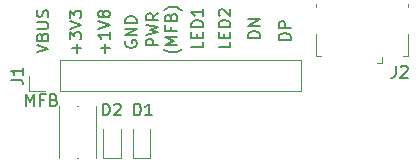
<source format=gbr>
%TF.GenerationSoftware,KiCad,Pcbnew,(6.0.0)*%
%TF.CreationDate,2022-04-23T17:17:18+01:00*%
%TF.ProjectId,BM83 prog,424d3833-2070-4726-9f67-2e6b69636164,rev?*%
%TF.SameCoordinates,Original*%
%TF.FileFunction,Legend,Top*%
%TF.FilePolarity,Positive*%
%FSLAX46Y46*%
G04 Gerber Fmt 4.6, Leading zero omitted, Abs format (unit mm)*
G04 Created by KiCad (PCBNEW (6.0.0)) date 2022-04-23 17:17:18*
%MOMM*%
%LPD*%
G01*
G04 APERTURE LIST*
%ADD10C,0.150000*%
%ADD11C,0.120000*%
G04 APERTURE END LIST*
D10*
X136047380Y-85433333D02*
X135047380Y-85433333D01*
X135047380Y-85052380D01*
X135095000Y-84957142D01*
X135142619Y-84909523D01*
X135237857Y-84861904D01*
X135380714Y-84861904D01*
X135475952Y-84909523D01*
X135523571Y-84957142D01*
X135571190Y-85052380D01*
X135571190Y-85433333D01*
X135047380Y-84528571D02*
X136047380Y-84290476D01*
X135333095Y-84100000D01*
X136047380Y-83909523D01*
X135047380Y-83671428D01*
X136047380Y-82719047D02*
X135571190Y-83052380D01*
X136047380Y-83290476D02*
X135047380Y-83290476D01*
X135047380Y-82909523D01*
X135095000Y-82814285D01*
X135142619Y-82766666D01*
X135237857Y-82719047D01*
X135380714Y-82719047D01*
X135475952Y-82766666D01*
X135523571Y-82814285D01*
X135571190Y-82909523D01*
X135571190Y-83290476D01*
X138038333Y-85742857D02*
X137990714Y-85790476D01*
X137847857Y-85885714D01*
X137752619Y-85933333D01*
X137609761Y-85980952D01*
X137371666Y-86028571D01*
X137181190Y-86028571D01*
X136943095Y-85980952D01*
X136800238Y-85933333D01*
X136705000Y-85885714D01*
X136562142Y-85790476D01*
X136514523Y-85742857D01*
X137657380Y-85361904D02*
X136657380Y-85361904D01*
X137371666Y-85028571D01*
X136657380Y-84695238D01*
X137657380Y-84695238D01*
X137133571Y-83885714D02*
X137133571Y-84219047D01*
X137657380Y-84219047D02*
X136657380Y-84219047D01*
X136657380Y-83742857D01*
X137133571Y-83028571D02*
X137181190Y-82885714D01*
X137228809Y-82838095D01*
X137324047Y-82790476D01*
X137466904Y-82790476D01*
X137562142Y-82838095D01*
X137609761Y-82885714D01*
X137657380Y-82980952D01*
X137657380Y-83361904D01*
X136657380Y-83361904D01*
X136657380Y-83028571D01*
X136705000Y-82933333D01*
X136752619Y-82885714D01*
X136847857Y-82838095D01*
X136943095Y-82838095D01*
X137038333Y-82885714D01*
X137085952Y-82933333D01*
X137133571Y-83028571D01*
X137133571Y-83361904D01*
X138038333Y-82457142D02*
X137990714Y-82409523D01*
X137847857Y-82314285D01*
X137752619Y-82266666D01*
X137609761Y-82219047D01*
X137371666Y-82171428D01*
X137181190Y-82171428D01*
X136943095Y-82219047D01*
X136800238Y-82266666D01*
X136705000Y-82314285D01*
X136562142Y-82409523D01*
X136514523Y-82457142D01*
X125752380Y-86033333D02*
X126752380Y-85700000D01*
X125752380Y-85366666D01*
X126228571Y-84700000D02*
X126276190Y-84557142D01*
X126323809Y-84509523D01*
X126419047Y-84461904D01*
X126561904Y-84461904D01*
X126657142Y-84509523D01*
X126704761Y-84557142D01*
X126752380Y-84652380D01*
X126752380Y-85033333D01*
X125752380Y-85033333D01*
X125752380Y-84700000D01*
X125800000Y-84604761D01*
X125847619Y-84557142D01*
X125942857Y-84509523D01*
X126038095Y-84509523D01*
X126133333Y-84557142D01*
X126180952Y-84604761D01*
X126228571Y-84700000D01*
X126228571Y-85033333D01*
X125752380Y-84033333D02*
X126561904Y-84033333D01*
X126657142Y-83985714D01*
X126704761Y-83938095D01*
X126752380Y-83842857D01*
X126752380Y-83652380D01*
X126704761Y-83557142D01*
X126657142Y-83509523D01*
X126561904Y-83461904D01*
X125752380Y-83461904D01*
X126704761Y-83033333D02*
X126752380Y-82890476D01*
X126752380Y-82652380D01*
X126704761Y-82557142D01*
X126657142Y-82509523D01*
X126561904Y-82461904D01*
X126466666Y-82461904D01*
X126371428Y-82509523D01*
X126323809Y-82557142D01*
X126276190Y-82652380D01*
X126228571Y-82842857D01*
X126180952Y-82938095D01*
X126133333Y-82985714D01*
X126038095Y-83033333D01*
X125942857Y-83033333D01*
X125847619Y-82985714D01*
X125800000Y-82938095D01*
X125752380Y-82842857D01*
X125752380Y-82604761D01*
X125800000Y-82461904D01*
X133300000Y-85061904D02*
X133252380Y-85157142D01*
X133252380Y-85300000D01*
X133300000Y-85442857D01*
X133395238Y-85538095D01*
X133490476Y-85585714D01*
X133680952Y-85633333D01*
X133823809Y-85633333D01*
X134014285Y-85585714D01*
X134109523Y-85538095D01*
X134204761Y-85442857D01*
X134252380Y-85300000D01*
X134252380Y-85204761D01*
X134204761Y-85061904D01*
X134157142Y-85014285D01*
X133823809Y-85014285D01*
X133823809Y-85204761D01*
X134252380Y-84585714D02*
X133252380Y-84585714D01*
X134252380Y-84014285D01*
X133252380Y-84014285D01*
X134252380Y-83538095D02*
X133252380Y-83538095D01*
X133252380Y-83300000D01*
X133300000Y-83157142D01*
X133395238Y-83061904D01*
X133490476Y-83014285D01*
X133680952Y-82966666D01*
X133823809Y-82966666D01*
X134014285Y-83014285D01*
X134109523Y-83061904D01*
X134204761Y-83157142D01*
X134252380Y-83300000D01*
X134252380Y-83538095D01*
X129171428Y-86061904D02*
X129171428Y-85300000D01*
X129552380Y-85680952D02*
X128790476Y-85680952D01*
X128552380Y-84919047D02*
X128552380Y-84300000D01*
X128933333Y-84633333D01*
X128933333Y-84490476D01*
X128980952Y-84395238D01*
X129028571Y-84347619D01*
X129123809Y-84300000D01*
X129361904Y-84300000D01*
X129457142Y-84347619D01*
X129504761Y-84395238D01*
X129552380Y-84490476D01*
X129552380Y-84776190D01*
X129504761Y-84871428D01*
X129457142Y-84919047D01*
X128552380Y-84014285D02*
X129552380Y-83680952D01*
X128552380Y-83347619D01*
X128552380Y-83109523D02*
X128552380Y-82490476D01*
X128933333Y-82823809D01*
X128933333Y-82680952D01*
X128980952Y-82585714D01*
X129028571Y-82538095D01*
X129123809Y-82490476D01*
X129361904Y-82490476D01*
X129457142Y-82538095D01*
X129504761Y-82585714D01*
X129552380Y-82680952D01*
X129552380Y-82966666D01*
X129504761Y-83061904D01*
X129457142Y-83109523D01*
X131571428Y-86061904D02*
X131571428Y-85300000D01*
X131952380Y-85680952D02*
X131190476Y-85680952D01*
X131952380Y-84300000D02*
X131952380Y-84871428D01*
X131952380Y-84585714D02*
X130952380Y-84585714D01*
X131095238Y-84680952D01*
X131190476Y-84776190D01*
X131238095Y-84871428D01*
X130952380Y-84014285D02*
X131952380Y-83680952D01*
X130952380Y-83347619D01*
X131380952Y-82871428D02*
X131333333Y-82966666D01*
X131285714Y-83014285D01*
X131190476Y-83061904D01*
X131142857Y-83061904D01*
X131047619Y-83014285D01*
X131000000Y-82966666D01*
X130952380Y-82871428D01*
X130952380Y-82680952D01*
X131000000Y-82585714D01*
X131047619Y-82538095D01*
X131142857Y-82490476D01*
X131190476Y-82490476D01*
X131285714Y-82538095D01*
X131333333Y-82585714D01*
X131380952Y-82680952D01*
X131380952Y-82871428D01*
X131428571Y-82966666D01*
X131476190Y-83014285D01*
X131571428Y-83061904D01*
X131761904Y-83061904D01*
X131857142Y-83014285D01*
X131904761Y-82966666D01*
X131952380Y-82871428D01*
X131952380Y-82680952D01*
X131904761Y-82585714D01*
X131857142Y-82538095D01*
X131761904Y-82490476D01*
X131571428Y-82490476D01*
X131476190Y-82538095D01*
X131428571Y-82585714D01*
X131380952Y-82680952D01*
X147252380Y-84961904D02*
X146252380Y-84961904D01*
X146252380Y-84723809D01*
X146300000Y-84580952D01*
X146395238Y-84485714D01*
X146490476Y-84438095D01*
X146680952Y-84390476D01*
X146823809Y-84390476D01*
X147014285Y-84438095D01*
X147109523Y-84485714D01*
X147204761Y-84580952D01*
X147252380Y-84723809D01*
X147252380Y-84961904D01*
X147252380Y-83961904D02*
X146252380Y-83961904D01*
X146252380Y-83580952D01*
X146300000Y-83485714D01*
X146347619Y-83438095D01*
X146442857Y-83390476D01*
X146585714Y-83390476D01*
X146680952Y-83438095D01*
X146728571Y-83485714D01*
X146776190Y-83580952D01*
X146776190Y-83961904D01*
X142152380Y-85119047D02*
X142152380Y-85595238D01*
X141152380Y-85595238D01*
X141628571Y-84785714D02*
X141628571Y-84452380D01*
X142152380Y-84309523D02*
X142152380Y-84785714D01*
X141152380Y-84785714D01*
X141152380Y-84309523D01*
X142152380Y-83880952D02*
X141152380Y-83880952D01*
X141152380Y-83642857D01*
X141200000Y-83500000D01*
X141295238Y-83404761D01*
X141390476Y-83357142D01*
X141580952Y-83309523D01*
X141723809Y-83309523D01*
X141914285Y-83357142D01*
X142009523Y-83404761D01*
X142104761Y-83500000D01*
X142152380Y-83642857D01*
X142152380Y-83880952D01*
X141247619Y-82928571D02*
X141200000Y-82880952D01*
X141152380Y-82785714D01*
X141152380Y-82547619D01*
X141200000Y-82452380D01*
X141247619Y-82404761D01*
X141342857Y-82357142D01*
X141438095Y-82357142D01*
X141580952Y-82404761D01*
X142152380Y-82976190D01*
X142152380Y-82357142D01*
X139852380Y-85119047D02*
X139852380Y-85595238D01*
X138852380Y-85595238D01*
X139328571Y-84785714D02*
X139328571Y-84452380D01*
X139852380Y-84309523D02*
X139852380Y-84785714D01*
X138852380Y-84785714D01*
X138852380Y-84309523D01*
X139852380Y-83880952D02*
X138852380Y-83880952D01*
X138852380Y-83642857D01*
X138900000Y-83500000D01*
X138995238Y-83404761D01*
X139090476Y-83357142D01*
X139280952Y-83309523D01*
X139423809Y-83309523D01*
X139614285Y-83357142D01*
X139709523Y-83404761D01*
X139804761Y-83500000D01*
X139852380Y-83642857D01*
X139852380Y-83880952D01*
X139852380Y-82357142D02*
X139852380Y-82928571D01*
X139852380Y-82642857D02*
X138852380Y-82642857D01*
X138995238Y-82738095D01*
X139090476Y-82833333D01*
X139138095Y-82928571D01*
X144652380Y-84785714D02*
X143652380Y-84785714D01*
X143652380Y-84547619D01*
X143700000Y-84404761D01*
X143795238Y-84309523D01*
X143890476Y-84261904D01*
X144080952Y-84214285D01*
X144223809Y-84214285D01*
X144414285Y-84261904D01*
X144509523Y-84309523D01*
X144604761Y-84404761D01*
X144652380Y-84547619D01*
X144652380Y-84785714D01*
X144652380Y-83785714D02*
X143652380Y-83785714D01*
X144652380Y-83214285D01*
X143652380Y-83214285D01*
%TO.C,J1*%
X123572380Y-88333333D02*
X124286666Y-88333333D01*
X124429523Y-88380952D01*
X124524761Y-88476190D01*
X124572380Y-88619047D01*
X124572380Y-88714285D01*
X124572380Y-87333333D02*
X124572380Y-87904761D01*
X124572380Y-87619047D02*
X123572380Y-87619047D01*
X123715238Y-87714285D01*
X123810476Y-87809523D01*
X123858095Y-87904761D01*
%TO.C,D2*%
X131361904Y-91352380D02*
X131361904Y-90352380D01*
X131600000Y-90352380D01*
X131742857Y-90400000D01*
X131838095Y-90495238D01*
X131885714Y-90590476D01*
X131933333Y-90780952D01*
X131933333Y-90923809D01*
X131885714Y-91114285D01*
X131838095Y-91209523D01*
X131742857Y-91304761D01*
X131600000Y-91352380D01*
X131361904Y-91352380D01*
X132314285Y-90447619D02*
X132361904Y-90400000D01*
X132457142Y-90352380D01*
X132695238Y-90352380D01*
X132790476Y-90400000D01*
X132838095Y-90447619D01*
X132885714Y-90542857D01*
X132885714Y-90638095D01*
X132838095Y-90780952D01*
X132266666Y-91352380D01*
X132885714Y-91352380D01*
%TO.C,J2*%
X156166666Y-87152380D02*
X156166666Y-87866666D01*
X156119047Y-88009523D01*
X156023809Y-88104761D01*
X155880952Y-88152380D01*
X155785714Y-88152380D01*
X156595238Y-87247619D02*
X156642857Y-87200000D01*
X156738095Y-87152380D01*
X156976190Y-87152380D01*
X157071428Y-87200000D01*
X157119047Y-87247619D01*
X157166666Y-87342857D01*
X157166666Y-87438095D01*
X157119047Y-87580952D01*
X156547619Y-88152380D01*
X157166666Y-88152380D01*
%TO.C,D1*%
X134002648Y-91352380D02*
X134002648Y-90352380D01*
X134240744Y-90352380D01*
X134383601Y-90400000D01*
X134478839Y-90495238D01*
X134526458Y-90590476D01*
X134574077Y-90780952D01*
X134574077Y-90923809D01*
X134526458Y-91114285D01*
X134478839Y-91209523D01*
X134383601Y-91304761D01*
X134240744Y-91352380D01*
X134002648Y-91352380D01*
X135526458Y-91352380D02*
X134955029Y-91352380D01*
X135240744Y-91352380D02*
X135240744Y-90352380D01*
X135145505Y-90495238D01*
X135050267Y-90590476D01*
X134955029Y-90638095D01*
%TO.C,MFB*%
X124888095Y-90552380D02*
X124888095Y-89552380D01*
X125221428Y-90266666D01*
X125554761Y-89552380D01*
X125554761Y-90552380D01*
X126364285Y-90028571D02*
X126030952Y-90028571D01*
X126030952Y-90552380D02*
X126030952Y-89552380D01*
X126507142Y-89552380D01*
X127221428Y-90028571D02*
X127364285Y-90076190D01*
X127411904Y-90123809D01*
X127459523Y-90219047D01*
X127459523Y-90361904D01*
X127411904Y-90457142D01*
X127364285Y-90504761D01*
X127269047Y-90552380D01*
X126888095Y-90552380D01*
X126888095Y-89552380D01*
X127221428Y-89552380D01*
X127316666Y-89600000D01*
X127364285Y-89647619D01*
X127411904Y-89742857D01*
X127411904Y-89838095D01*
X127364285Y-89933333D01*
X127316666Y-89980952D01*
X127221428Y-90028571D01*
X126888095Y-90028571D01*
%TO.C,*%
D11*
%TO.C,J1*%
X127720000Y-86670000D02*
X148100000Y-86670000D01*
X126450000Y-89330000D02*
X125120000Y-89330000D01*
X125120000Y-89330000D02*
X125120000Y-88000000D01*
X127720000Y-89330000D02*
X148100000Y-89330000D01*
X148100000Y-89330000D02*
X148100000Y-86670000D01*
X127720000Y-89330000D02*
X127720000Y-86670000D01*
%TO.C,D2*%
X131405744Y-94960000D02*
X132875744Y-94960000D01*
X131405744Y-92500000D02*
X131405744Y-94960000D01*
X132875744Y-94960000D02*
X132875744Y-92500000D01*
%TO.C,J2*%
X157200000Y-86352500D02*
X156750000Y-86352500D01*
X149400000Y-86352500D02*
X149850000Y-86352500D01*
X155000000Y-86902500D02*
X155000000Y-86452500D01*
X157200000Y-81952500D02*
X157200000Y-82202500D01*
X155000000Y-86902500D02*
X154550000Y-86902500D01*
X149400000Y-84502500D02*
X149400000Y-86352500D01*
X157200000Y-84502500D02*
X157200000Y-86352500D01*
X149400000Y-81952500D02*
X149400000Y-82202500D01*
%TO.C,D1*%
X133905744Y-92500000D02*
X133905744Y-94960000D01*
X135375744Y-94960000D02*
X135375744Y-92500000D01*
X133905744Y-94960000D02*
X135375744Y-94960000D01*
%TO.C,MFB*%
X129250000Y-90600000D02*
X129150000Y-90600000D01*
X130750000Y-95000000D02*
X130750000Y-90600000D01*
X127650000Y-90600000D02*
X127650000Y-95000000D01*
X129250000Y-95000000D02*
X129150000Y-95000000D01*
%TD*%
M02*

</source>
